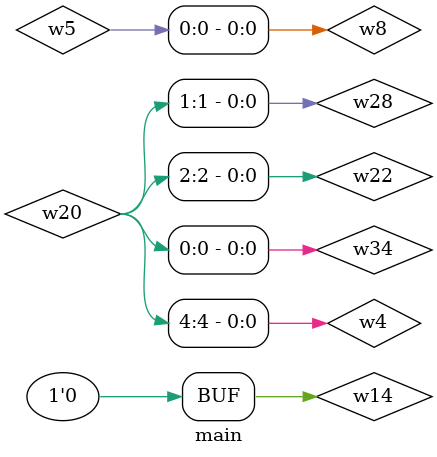
<source format=v>

`timescale 1ns/1ns

module main;    //: root_module
reg w6;    //: /sn:0 {0}(269,113)(233,113){1}
reg w7;    //: /sn:0 {0}(265,155)(232,155){1}
supply0 w14;    //: /sn:0 {0}(375,543)(375,559)(327,559){1}
//: {2}(325,557)(325,543){3}
//: {4}(323,559)(283,559){5}
//: {6}(281,557)(281,542){7}
//: {8}(279,559)(237,559){9}
//: {10}(235,557)(235,542){11}
//: {12}(233,559)(191,559){13}
//: {14}(189,557)(189,543){15}
//: {16}(189,561)(189,565){17}
reg w31;    //: /sn:0 {0}(496,196)(478,196){1}
//: {2}(476,194)(476,144)(498,144){3}
//: {4}(474,196)(461,196){5}
reg w41;    //: /sn:0 {0}(411,546)(406,546){1}
//: {2}(404,544)(404,532)(396,532){3}
//: {4}(402,546)(353,546){5}
//: {6}(351,544)(351,532)(346,532){7}
//: {8}(349,546)(309,546){9}
//: {10}(307,544)(307,531)(302,531){11}
//: {12}(305,546)(261,546){13}
//: {14}(259,544)(259,531)(256,531){15}
//: {16}(257,546)(213,546)(213,532)(210,532){17}
reg w40;    //: /sn:0 {0}(411,503)(408,503)(408,508)(405,508){1}
//: {2}(401,508)(352,508){3}
//: {4}(348,508)(308,508){5}
//: {6}(304,508)(261,508){7}
//: {8}(257,508)(213,508)(213,522)(210,522){9}
//: {10}(259,510)(259,521)(256,521){11}
//: {12}(306,510)(306,521)(302,521){13}
//: {14}(350,510)(350,522)(346,522){15}
//: {16}(403,510)(403,522)(396,522){17}
reg w11;    //: /sn:0 {0}(285,313)(285,294)(228,294)(228,279){1}
reg w12;    //: /sn:0 {0}(302,278)(302,298)(295,298)(295,313){1}
reg w10;    //: /sn:0 {0}(273,374)(290,374)(290,345){1}
reg w13;    //: /sn:0 {0}(224,526)(219,526)(219,550){1}
//: {2}(221,552)(266,552){3}
//: {4}(270,552)(310,552){5}
//: {6}(314,552)(360,552)(360,527)(364,527){7}
//: {8}(312,550)(312,527)(314,527){9}
//: {10}(268,550)(268,526)(270,526){11}
//: {12}(217,552)(177,552){13}
//: {14}(175,550)(175,527)(178,527){15}
//: {16}(173,552)(167,552)(167,527)(161,527){17}
reg [4:0] w5;    //: /sn:0 {0}(#:286,476)(#:286,485){1}
reg w9;    //: /sn:0 {0}(274,329)(235,329){1}
reg w26;    //: /sn:0 {0}(498,139)(483,139){1}
//: {2}(479,139)(461,139){3}
//: {4}(481,141)(481,191)(496,191){5}
wire w16;    //: /sn:0 {0}(245,542)(245,563)(281,563)(281,569){1}
wire w19;    //: /sn:0 {0}(533,142)(519,142){1}
wire w4;    //: /sn:0 {0}(271,569)(271,567)(199,567)(199,543){1}
wire w0;    //: /sn:0 {0}(322,309)(322,324)(306,324){1}
wire w3;    //: /sn:0 {0}(322,350)(322,334)(306,334){1}
wire w34;    //: /sn:0 {0}(385,543)(385,567)(311,567)(311,569){1}
wire w28;    //: /sn:0 {0}(335,543)(335,563)(301,563)(301,569){1}
wire w24;    //: /sn:0 {0}(286,510)(286,491){1}
wire w36;    //: /sn:0 {0}(380,511)(380,500)(306,500)(306,491){1}
wire [4:0] w20;    //: /sn:0 {0}(#:291,575)(291,587){1}
wire w1;    //: /sn:0 {0}(269,118)(259,118)(259,138)(301,138)(301,151){1}
//: {2}(299,153)(286,153){3}
//: {4}(301,155)(301,175){5}
wire w25;    //: /sn:0 {0}(533,195)(522,195)(522,194)(517,194){1}
wire w8;    //: /sn:0 {0}(194,511)(194,502)(266,502)(266,491){1}
wire w18;    //: /sn:0 {0}(240,510)(240,505)(276,505)(276,491){1}
wire w30;    //: /sn:0 {0}(330,511)(330,504)(296,504)(296,491){1}
wire w22;    //: /sn:0 {0}(291,569)(291,542){1}
wire w2;    //: /sn:0 {0}(290,116)(298,116){1}
//: {2}(300,114)(50:300,96){3}
//: {4}(300,118)(300,130)(250,130)(250,150)(265,150){5}
wire w27;    //: /sn:0 {0}(554,193)(562,193){1}
//: {4}(566,193)(573,193){5}
//: {2}(564,191)(564,176)(525,176)(525,147)(533,147){3}
wire w29;    //: /sn:0 {0}(554,145)(561,145){1}
//: {2}(565,145)(572,145){3}
//: {4}(563,147)(563,173)(523,173)(523,190)(533,190){5}
//: enddecls

  //: comment g8 @(208,62) /sn:0
  //: /line:"An RS Flipflop"
  //: /line:""
  //: /end
  //: LED g4 (w3) @(322,357) /sn:0 /R:2 /w:[ 0 ] /type:0
  //: joint g51 (w31) @(476, 196) /w:[ 1 2 4 -1 ]
  //: joint g37 (w14) @(281, 559) /w:[ 5 6 8 -1 ]
  //: joint g34 (w13) @(219, 552) /w:[ 2 1 12 -1 ]
  //: LED g3 (w0) @(322,302) /sn:0 /w:[ 0 ] /type:0
  _GGFF #(10, 10, 20) g13 (.Q(w16), ._Q(w14), .D(w18), .EN(w41), .CLR(w40), .CK(w13));   //: @(240,526) /sn:0 /R:3 /w:[ 0 11 0 15 11 0 ] /mi:0
  _GGFF #(10, 10, 20) g2 (.Q(w0), ._Q(w3), .D(w9), .EN(w12), .CLR(w11), .CK(w10));   //: @(290,329) /sn:0 /w:[ 1 1 0 1 0 1 ] /mi:0
  //: SWITCH Clock (w31) @(444,196) /w:[ 5 ] /st:0 /dn:0
  //: SWITCH CK (w13) @(144,527) /w:[ 17 ] /st:0 /dn:0
  _GGNOR2 #(4) g1 (.I0(w2), .I1(w7), .Z(w1));   //: @(276,153) /sn:0 /w:[ 5 0 3 ]
  //: LED Q (w29) @(579,145) /R:3 /w:[ 3 ] /type:0
  //: SWITCH g11 (w12) @(302,265) /sn:0 /R:3 /w:[ 0 ] /st:0 /dn:1
  _GGFF #(10, 10, 20) g16 (.Q(w34), ._Q(w14), .D(w36), .EN(w41), .CLR(w40), .CK(w13));   //: @(380,527) /sn:0 /R:3 /w:[ 0 0 0 3 17 7 ] /mi:0
  //: joint g50 (w27) @(564, 193) /w:[ 4 2 1 -1 ]
  //: SWITCH g10 (w11) @(228,266) /sn:0 /R:3 /w:[ 1 ] /st:1 /dn:1
  assign w20 = {w4, w16, w22, w28, w34}; //: CONCAT g28  @(291,574) /sn:0 /R:3 /w:[ 0 0 1 0 1 1 ] /dr:1 /tp:0 /drp:1
  //: GROUND g32 (w14) @(189,571) /sn:0 /w:[ 17 ]
  //: joint g19 (w41) @(404, 546) /w:[ 1 2 4 -1 ]
  assign {w36, w30, w24, w18, w8} = w5; //: CONCAT g27  @(286,486) /sn:0 /R:1 /w:[ 1 1 1 1 1 1 ] /dr:0 /tp:0 /drp:0
  //: SWITCH D0 (w26) @(444,139) /w:[ 3 ] /st:0 /dn:0
  //: SWITCH R (w6) @(216,113) /w:[ 1 ] /st:0 /dn:0
  //: joint g38 (w14) @(325, 559) /w:[ 1 2 4 -1 ]
  //: joint g6 (w2) @(300, 116) /w:[ -1 2 1 4 ]
  //: SWITCH E_not (w41) @(429,546) /R:2 /w:[ 0 ] /st:0 /dn:0
  //: joint g7 (w1) @(301, 153) /w:[ -1 1 2 4 ]
  //: SWITCH g9 (w9) @(218,329) /sn:0 /w:[ 1 ] /st:0 /dn:1
  _GGFF #(10, 10, 20) g15 (.Q(w28), ._Q(w14), .D(w30), .EN(w41), .CLR(w40), .CK(w13));   //: @(330,527) /sn:0 /R:3 /w:[ 0 3 0 7 15 9 ] /mi:0
  //: joint g20 (w41) @(259, 546) /w:[ 13 14 16 -1 ]
  //: joint g31 (w13) @(268, 552) /w:[ 4 10 3 -1 ]
  //: LED g39 (w20) @(291,594) /sn:0 /R:2 /w:[ 1 ] /type:2
  //: LED not_D (w1) @(301,182) /R:2 /w:[ 5 ] /type:0
  _GGNAND2 #(4) g43 (.I0(w19), .I1(w27), .Z(w29));   //: @(544,145) /sn:0 /w:[ 0 3 0 ]
  //: comment g17 @(435,97) /sn:0
  //: /line:"A D flip flop"
  //: /line:""
  //: /end
  //: joint g25 (w40) @(306, 508) /w:[ 5 -1 6 12 ]
  //: joint g52 (w26) @(481, 139) /w:[ 1 -1 2 4 ]
  _GGNAND2 #(6) g42 (.I0(!w26), .I1(w31), .Z(w25));   //: @(507,194) /sn:0 /w:[ 5 0 1 ]
  //: SWITCH g5 (w10) @(256,374) /sn:0 /w:[ 0 ] /st:0 /dn:1
  _GGFF #(10, 10, 20) g14 (.Q(w22), ._Q(w14), .D(w24), .EN(w41), .CLR(w40), .CK(w13));   //: @(286,526) /sn:0 /R:3 /w:[ 1 7 0 11 13 11 ] /mi:0
  _GGNAND2 #(4) g44 (.I0(w29), .I1(w25), .Z(w27));   //: @(544,193) /sn:0 /w:[ 5 0 0 ]
  //: joint g36 (w14) @(235, 559) /w:[ 9 10 12 -1 ]
  //: LED D (w2) @(300,89) /w:[ 3 ] /type:0
  //: joint g21 (w41) @(307, 546) /w:[ 9 10 12 -1 ]
  //: joint g24 (w40) @(259, 508) /w:[ 7 -1 8 10 ]
  _GGNAND2 #(4) g41 (.I0(w26), .I1(w31), .Z(w19));   //: @(509,142) /sn:0 /w:[ 0 3 1 ]
  //: joint g23 (w40) @(403, 508) /w:[ 1 -1 2 16 ]
  //: SWITCH C_not (w40) @(429,503) /R:2 /w:[ 0 ] /st:0 /dn:0
  //: DIP g40 (w5) @(286,466) /sn:0 /w:[ 0 ] /st:0 /dn:0
  //: joint g35 (w14) @(189, 559) /w:[ 13 14 -1 16 ]
  _GGNOR2 #(4) g0 (.I0(w6), .I1(w1), .Z(w2));   //: @(280,116) /sn:0 /w:[ 0 0 0 ]
  //: joint g22 (w41) @(351, 546) /w:[ 5 6 8 -1 ]
  //: joint g26 (w40) @(350, 508) /w:[ 3 -1 4 14 ]
  //: LED Not_Q (w27) @(580,193) /R:3 /w:[ 5 ] /type:0
  //: SWITCH S (w7) @(215,155) /w:[ 1 ] /st:0 /dn:0
  _GGFF #(10, 10, 20) g12 (.Q(w4), ._Q(w14), .D(w8), .EN(w41), .CLR(w40), .CK(w13));   //: @(194,527) /sn:0 /R:3 /w:[ 1 15 0 17 9 15 ] /mi:0
  //: joint g33 (w13) @(175, 552) /w:[ 13 14 16 -1 ]
  //: joint g30 (w13) @(312, 552) /w:[ 6 8 5 -1 ]
  //: joint g49 (w29) @(563, 145) /w:[ 2 -1 1 4 ]

endmodule
//: /netlistEnd


</source>
